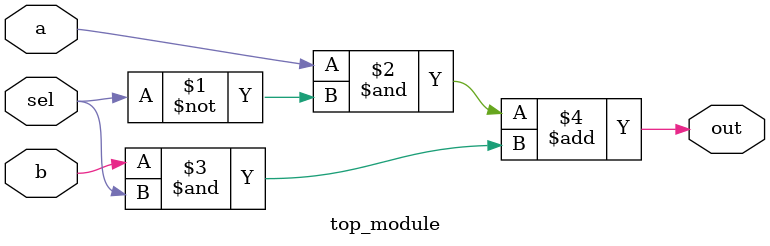
<source format=v>
module top_module( 
    input a, b, sel,
    output out ); 

    assign out= (a&~sel)+(b&sel);
endmodule

</source>
